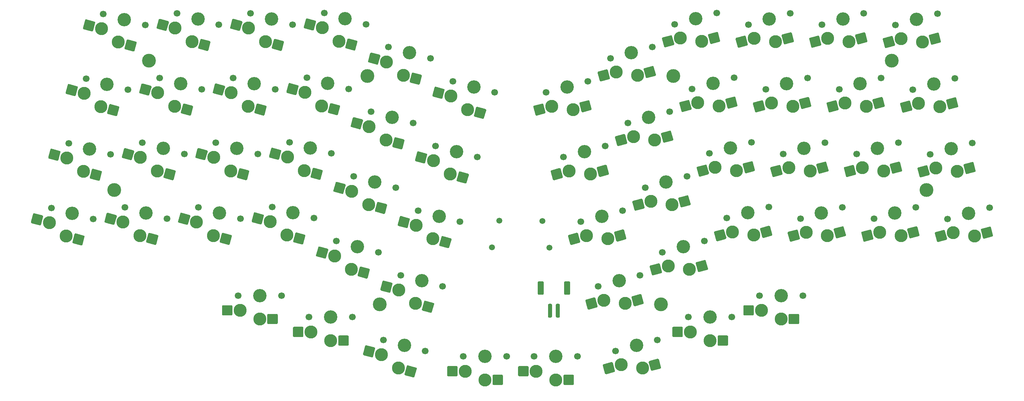
<source format=gbs>
G04 #@! TF.GenerationSoftware,KiCad,Pcbnew,7.0.10-7.0.10~ubuntu22.04.1*
G04 #@! TF.CreationDate,2024-01-04T14:14:22+01:00*
G04 #@! TF.ProjectId,ergo56,6572676f-3536-42e6-9b69-6361645f7063,0.2*
G04 #@! TF.SameCoordinates,Original*
G04 #@! TF.FileFunction,Soldermask,Bot*
G04 #@! TF.FilePolarity,Negative*
%FSLAX46Y46*%
G04 Gerber Fmt 4.6, Leading zero omitted, Abs format (unit mm)*
G04 Created by KiCad (PCBNEW 7.0.10-7.0.10~ubuntu22.04.1) date 2024-01-04 14:14:22*
%MOMM*%
%LPD*%
G01*
G04 APERTURE LIST*
%ADD10C,1.500000*%
%ADD11C,3.500000*%
%ADD12C,1.700000*%
%ADD13C,3.400000*%
%ADD14C,3.300000*%
G04 APERTURE END LIST*
D10*
X142971411Y-103387234D03*
X141159678Y-110148715D03*
D11*
X251294969Y-95575136D03*
X112672016Y-124571755D03*
X242495081Y-62733607D03*
X187139552Y-66624529D03*
D10*
X153924918Y-103401916D03*
X155736651Y-110163397D03*
D11*
X54194961Y-62692513D03*
X109539210Y-66624587D03*
X184007067Y-124571747D03*
X45395136Y-95534008D03*
D12*
X211301086Y-99857002D03*
D13*
X205988494Y-101280507D03*
D12*
X200675902Y-102704012D03*
D14*
X202129436Y-106196824D03*
G36*
G01*
X200005687Y-105689194D02*
X200544031Y-107698320D01*
G75*
G02*
X200360183Y-108016754I-251141J-67293D01*
G01*
X198302761Y-108568038D01*
G75*
G02*
X197984327Y-108384190I-67293J251141D01*
G01*
X197445983Y-106375064D01*
G75*
G02*
X197629831Y-106056630I251141J67293D01*
G01*
X199687253Y-105505346D01*
G75*
G02*
X200005687Y-105689194I67293J-251141D01*
G01*
G37*
G36*
G01*
X211673577Y-104840400D02*
X212211921Y-106849526D01*
G75*
G02*
X212028073Y-107167960I-251141J-67293D01*
G01*
X209970651Y-107719244D01*
G75*
G02*
X209652217Y-107535396I-67293J251141D01*
G01*
X209113873Y-105526270D01*
G75*
G02*
X209297721Y-105207836I251141J67293D01*
G01*
X211355143Y-104656552D01*
G75*
G02*
X211673577Y-104840400I67293J-251141D01*
G01*
G37*
X207528467Y-107027766D03*
D12*
X229961814Y-99953153D03*
D13*
X224649222Y-101376658D03*
D12*
X219336630Y-102800163D03*
D14*
X220790164Y-106292975D03*
G36*
G01*
X218666415Y-105785345D02*
X219204759Y-107794471D01*
G75*
G02*
X219020911Y-108112905I-251141J-67293D01*
G01*
X216963489Y-108664189D01*
G75*
G02*
X216645055Y-108480341I-67293J251141D01*
G01*
X216106711Y-106471215D01*
G75*
G02*
X216290559Y-106152781I251141J67293D01*
G01*
X218347981Y-105601497D01*
G75*
G02*
X218666415Y-105785345I67293J-251141D01*
G01*
G37*
G36*
G01*
X230334305Y-104936551D02*
X230872649Y-106945677D01*
G75*
G02*
X230688801Y-107264111I-251141J-67293D01*
G01*
X228631379Y-107815395D01*
G75*
G02*
X228312945Y-107631547I-67293J251141D01*
G01*
X227774601Y-105622421D01*
G75*
G02*
X227958449Y-105303987I251141J67293D01*
G01*
X230015871Y-104752703D01*
G75*
G02*
X230334305Y-104936551I67293J-251141D01*
G01*
G37*
X226189195Y-107123917D03*
D12*
X248598641Y-99960057D03*
D13*
X243286049Y-101383562D03*
D12*
X237973457Y-102807067D03*
D14*
X239426991Y-106299879D03*
G36*
G01*
X237303242Y-105792249D02*
X237841586Y-107801375D01*
G75*
G02*
X237657738Y-108119809I-251141J-67293D01*
G01*
X235600316Y-108671093D01*
G75*
G02*
X235281882Y-108487245I-67293J251141D01*
G01*
X234743538Y-106478119D01*
G75*
G02*
X234927386Y-106159685I251141J67293D01*
G01*
X236984808Y-105608401D01*
G75*
G02*
X237303242Y-105792249I67293J-251141D01*
G01*
G37*
G36*
G01*
X248971132Y-104943455D02*
X249509476Y-106952581D01*
G75*
G02*
X249325628Y-107271015I-251141J-67293D01*
G01*
X247268206Y-107822299D01*
G75*
G02*
X246949772Y-107638451I-67293J251141D01*
G01*
X246411428Y-105629325D01*
G75*
G02*
X246595276Y-105310891I251141J67293D01*
G01*
X248652698Y-104759607D01*
G75*
G02*
X248971132Y-104943455I67293J-251141D01*
G01*
G37*
X244826022Y-107130821D03*
D12*
X267259381Y-100056207D03*
D13*
X261946789Y-101479712D03*
D12*
X256634197Y-102903217D03*
D14*
X258087731Y-106396029D03*
G36*
G01*
X255963982Y-105888399D02*
X256502326Y-107897525D01*
G75*
G02*
X256318478Y-108215959I-251141J-67293D01*
G01*
X254261056Y-108767243D01*
G75*
G02*
X253942622Y-108583395I-67293J251141D01*
G01*
X253404278Y-106574269D01*
G75*
G02*
X253588126Y-106255835I251141J67293D01*
G01*
X255645548Y-105704551D01*
G75*
G02*
X255963982Y-105888399I67293J-251141D01*
G01*
G37*
G36*
G01*
X267631872Y-105039605D02*
X268170216Y-107048731D01*
G75*
G02*
X267986368Y-107367165I-251141J-67293D01*
G01*
X265928946Y-107918449D01*
G75*
G02*
X265610512Y-107734601I-67293J251141D01*
G01*
X265072168Y-105725475D01*
G75*
G02*
X265256016Y-105407041I251141J67293D01*
G01*
X267313438Y-104855757D01*
G75*
G02*
X267631872Y-105039605I67293J-251141D01*
G01*
G37*
X263486762Y-107226971D03*
D12*
X44455848Y-86523604D03*
D13*
X39143256Y-85100099D03*
D12*
X33830664Y-83676594D03*
D14*
X33343055Y-87428226D03*
G36*
G01*
X31757650Y-85926730D02*
X31219306Y-87935856D01*
G75*
G02*
X30900872Y-88119704I-251141J67293D01*
G01*
X28843450Y-87568420D01*
G75*
G02*
X28659602Y-87249986I67293J251141D01*
G01*
X29197946Y-85240860D01*
G75*
G02*
X29516380Y-85057012I251141J-67293D01*
G01*
X31573802Y-85608296D01*
G75*
G02*
X31757650Y-85926730I-67293J-251141D01*
G01*
G37*
G36*
G01*
X42286736Y-91025597D02*
X41748392Y-93034723D01*
G75*
G02*
X41429958Y-93218571I-251141J67293D01*
G01*
X39372536Y-92667287D01*
G75*
G02*
X39188688Y-92348853I67293J251141D01*
G01*
X39727032Y-90339727D01*
G75*
G02*
X40045466Y-90155879I251141J-67293D01*
G01*
X42102888Y-90707163D01*
G75*
G02*
X42286736Y-91025597I-67293J-251141D01*
G01*
G37*
X37603283Y-90847358D03*
D12*
X63127710Y-86385915D03*
D13*
X57815118Y-84962410D03*
D12*
X52502526Y-83538905D03*
D14*
X52014917Y-87290537D03*
G36*
G01*
X50429512Y-85789041D02*
X49891168Y-87798167D01*
G75*
G02*
X49572734Y-87982015I-251141J67293D01*
G01*
X47515312Y-87430731D01*
G75*
G02*
X47331464Y-87112297I67293J251141D01*
G01*
X47869808Y-85103171D01*
G75*
G02*
X48188242Y-84919323I251141J-67293D01*
G01*
X50245664Y-85470607D01*
G75*
G02*
X50429512Y-85789041I-67293J-251141D01*
G01*
G37*
G36*
G01*
X60958598Y-90887908D02*
X60420254Y-92897034D01*
G75*
G02*
X60101820Y-93080882I-251141J67293D01*
G01*
X58044398Y-92529598D01*
G75*
G02*
X57860550Y-92211164I67293J251141D01*
G01*
X58398894Y-90202038D01*
G75*
G02*
X58717328Y-90018190I251141J-67293D01*
G01*
X60774750Y-90569474D01*
G75*
G02*
X60958598Y-90887908I-67293J-251141D01*
G01*
G37*
X56275145Y-90709669D03*
D12*
X81764420Y-86379414D03*
D13*
X76451828Y-84955909D03*
D12*
X71139236Y-83532404D03*
D14*
X70651627Y-87284036D03*
G36*
G01*
X69066222Y-85782540D02*
X68527878Y-87791666D01*
G75*
G02*
X68209444Y-87975514I-251141J67293D01*
G01*
X66152022Y-87424230D01*
G75*
G02*
X65968174Y-87105796I67293J251141D01*
G01*
X66506518Y-85096670D01*
G75*
G02*
X66824952Y-84912822I251141J-67293D01*
G01*
X68882374Y-85464106D01*
G75*
G02*
X69066222Y-85782540I-67293J-251141D01*
G01*
G37*
G36*
G01*
X79595308Y-90881407D02*
X79056964Y-92890533D01*
G75*
G02*
X78738530Y-93074381I-251141J67293D01*
G01*
X76681108Y-92523097D01*
G75*
G02*
X76497260Y-92204663I67293J251141D01*
G01*
X77035604Y-90195537D01*
G75*
G02*
X77354038Y-90011689I251141J-67293D01*
G01*
X79411460Y-90562973D01*
G75*
G02*
X79595308Y-90881407I-67293J-251141D01*
G01*
G37*
X74911855Y-90703168D03*
D12*
X116736261Y-94956036D03*
D13*
X111423669Y-93532531D03*
D12*
X106111077Y-92109026D03*
D14*
X105623468Y-95860658D03*
G36*
G01*
X104038063Y-94359162D02*
X103499719Y-96368288D01*
G75*
G02*
X103181285Y-96552136I-251141J67293D01*
G01*
X101123863Y-96000852D01*
G75*
G02*
X100940015Y-95682418I67293J251141D01*
G01*
X101478359Y-93673292D01*
G75*
G02*
X101796793Y-93489444I251141J-67293D01*
G01*
X103854215Y-94040728D01*
G75*
G02*
X104038063Y-94359162I-67293J-251141D01*
G01*
G37*
G36*
G01*
X114567149Y-99458029D02*
X114028805Y-101467155D01*
G75*
G02*
X113710371Y-101651003I-251141J67293D01*
G01*
X111652949Y-101099719D01*
G75*
G02*
X111469101Y-100781285I67293J251141D01*
G01*
X112007445Y-98772159D01*
G75*
G02*
X112325879Y-98588311I251141J-67293D01*
G01*
X114383301Y-99139595D01*
G75*
G02*
X114567149Y-99458029I-67293J-251141D01*
G01*
G37*
X109883696Y-99279790D03*
D12*
X133047381Y-103628815D03*
D13*
X127734789Y-102205310D03*
D12*
X122422197Y-100781805D03*
D14*
X121934588Y-104533437D03*
G36*
G01*
X120349183Y-103031941D02*
X119810839Y-105041067D01*
G75*
G02*
X119492405Y-105224915I-251141J67293D01*
G01*
X117434983Y-104673631D01*
G75*
G02*
X117251135Y-104355197I67293J251141D01*
G01*
X117789479Y-102346071D01*
G75*
G02*
X118107913Y-102162223I251141J-67293D01*
G01*
X120165335Y-102713507D01*
G75*
G02*
X120349183Y-103031941I-67293J-251141D01*
G01*
G37*
G36*
G01*
X130878269Y-108130808D02*
X130339925Y-110139934D01*
G75*
G02*
X130021491Y-110323782I-251141J67293D01*
G01*
X127964069Y-109772498D01*
G75*
G02*
X127780221Y-109454064I67293J251141D01*
G01*
X128318565Y-107444938D01*
G75*
G02*
X128636999Y-107261090I251141J-67293D01*
G01*
X130694421Y-107812374D01*
G75*
G02*
X130878269Y-108130808I-67293J-251141D01*
G01*
G37*
X126194816Y-107952569D03*
D12*
X174278945Y-100781800D03*
D13*
X168966353Y-102205305D03*
D12*
X163653761Y-103628810D03*
D14*
X165107295Y-107121622D03*
G36*
G01*
X162983546Y-106613992D02*
X163521890Y-108623118D01*
G75*
G02*
X163338042Y-108941552I-251141J-67293D01*
G01*
X161280620Y-109492836D01*
G75*
G02*
X160962186Y-109308988I-67293J251141D01*
G01*
X160423842Y-107299862D01*
G75*
G02*
X160607690Y-106981428I251141J67293D01*
G01*
X162665112Y-106430144D01*
G75*
G02*
X162983546Y-106613992I67293J-251141D01*
G01*
G37*
G36*
G01*
X174651436Y-105765198D02*
X175189780Y-107774324D01*
G75*
G02*
X175005932Y-108092758I-251141J-67293D01*
G01*
X172948510Y-108644042D01*
G75*
G02*
X172630076Y-108460194I-67293J251141D01*
G01*
X172091732Y-106451068D01*
G75*
G02*
X172275580Y-106132634I251141J67293D01*
G01*
X174333002Y-105581350D01*
G75*
G02*
X174651436Y-105765198I67293J-251141D01*
G01*
G37*
X170506326Y-107952564D03*
D12*
X137447294Y-87208078D03*
D13*
X132134702Y-85784573D03*
D12*
X126822110Y-84361068D03*
D14*
X126334501Y-88112700D03*
G36*
G01*
X124749096Y-86611204D02*
X124210752Y-88620330D01*
G75*
G02*
X123892318Y-88804178I-251141J67293D01*
G01*
X121834896Y-88252894D01*
G75*
G02*
X121651048Y-87934460I67293J251141D01*
G01*
X122189392Y-85925334D01*
G75*
G02*
X122507826Y-85741486I251141J-67293D01*
G01*
X124565248Y-86292770D01*
G75*
G02*
X124749096Y-86611204I-67293J-251141D01*
G01*
G37*
G36*
G01*
X135278182Y-91710071D02*
X134739838Y-93719197D01*
G75*
G02*
X134421404Y-93903045I-251141J67293D01*
G01*
X132363982Y-93351761D01*
G75*
G02*
X132180134Y-93033327I67293J251141D01*
G01*
X132718478Y-91024201D01*
G75*
G02*
X133036912Y-90840353I251141J-67293D01*
G01*
X135094334Y-91391637D01*
G75*
G02*
X135278182Y-91710071I-67293J-251141D01*
G01*
G37*
X130594729Y-91531832D03*
D12*
X100425155Y-86283271D03*
D13*
X95112563Y-84859766D03*
D12*
X89799971Y-83436261D03*
D14*
X89312362Y-87187893D03*
G36*
G01*
X87726957Y-85686397D02*
X87188613Y-87695523D01*
G75*
G02*
X86870179Y-87879371I-251141J67293D01*
G01*
X84812757Y-87328087D01*
G75*
G02*
X84628909Y-87009653I67293J251141D01*
G01*
X85167253Y-85000527D01*
G75*
G02*
X85485687Y-84816679I251141J-67293D01*
G01*
X87543109Y-85367963D01*
G75*
G02*
X87726957Y-85686397I-67293J-251141D01*
G01*
G37*
G36*
G01*
X98256043Y-90785264D02*
X97717699Y-92794390D01*
G75*
G02*
X97399265Y-92978238I-251141J67293D01*
G01*
X95341843Y-92426954D01*
G75*
G02*
X95157995Y-92108520I67293J251141D01*
G01*
X95696339Y-90099394D01*
G75*
G02*
X96014773Y-89915546I251141J-67293D01*
G01*
X98072195Y-90466830D01*
G75*
G02*
X98256043Y-90785264I-67293J-251141D01*
G01*
G37*
X93572590Y-90607025D03*
D12*
X190590053Y-92109034D03*
D13*
X185277461Y-93532539D03*
D12*
X179964869Y-94956044D03*
D14*
X181418403Y-98448856D03*
G36*
G01*
X179294654Y-97941226D02*
X179832998Y-99950352D01*
G75*
G02*
X179649150Y-100268786I-251141J-67293D01*
G01*
X177591728Y-100820070D01*
G75*
G02*
X177273294Y-100636222I-67293J251141D01*
G01*
X176734950Y-98627096D01*
G75*
G02*
X176918798Y-98308662I251141J67293D01*
G01*
X178976220Y-97757378D01*
G75*
G02*
X179294654Y-97941226I67293J-251141D01*
G01*
G37*
G36*
G01*
X190962544Y-97092432D02*
X191500888Y-99101558D01*
G75*
G02*
X191317040Y-99419992I-251141J-67293D01*
G01*
X189259618Y-99971276D01*
G75*
G02*
X188941184Y-99787428I-67293J251141D01*
G01*
X188402840Y-97778302D01*
G75*
G02*
X188586688Y-97459868I251141J67293D01*
G01*
X190644110Y-96908584D01*
G75*
G02*
X190962544Y-97092432I67293J-251141D01*
G01*
G37*
X186817434Y-99279798D03*
D12*
X206901169Y-83436261D03*
D13*
X201588577Y-84859766D03*
D12*
X196275985Y-86283271D03*
D14*
X197729519Y-89776083D03*
G36*
G01*
X195605770Y-89268453D02*
X196144114Y-91277579D01*
G75*
G02*
X195960266Y-91596013I-251141J-67293D01*
G01*
X193902844Y-92147297D01*
G75*
G02*
X193584410Y-91963449I-67293J251141D01*
G01*
X193046066Y-89954323D01*
G75*
G02*
X193229914Y-89635889I251141J67293D01*
G01*
X195287336Y-89084605D01*
G75*
G02*
X195605770Y-89268453I67293J-251141D01*
G01*
G37*
G36*
G01*
X207273660Y-88419659D02*
X207812004Y-90428785D01*
G75*
G02*
X207628156Y-90747219I-251141J-67293D01*
G01*
X205570734Y-91298503D01*
G75*
G02*
X205252300Y-91114655I-67293J251141D01*
G01*
X204713956Y-89105529D01*
G75*
G02*
X204897804Y-88787095I251141J67293D01*
G01*
X206955226Y-88235811D01*
G75*
G02*
X207273660Y-88419659I67293J-251141D01*
G01*
G37*
X203128550Y-90607025D03*
D12*
X225561905Y-83532411D03*
D13*
X220249313Y-84955916D03*
D12*
X214936721Y-86379421D03*
D14*
X216390255Y-89872233D03*
G36*
G01*
X214266506Y-89364603D02*
X214804850Y-91373729D01*
G75*
G02*
X214621002Y-91692163I-251141J-67293D01*
G01*
X212563580Y-92243447D01*
G75*
G02*
X212245146Y-92059599I-67293J251141D01*
G01*
X211706802Y-90050473D01*
G75*
G02*
X211890650Y-89732039I251141J67293D01*
G01*
X213948072Y-89180755D01*
G75*
G02*
X214266506Y-89364603I67293J-251141D01*
G01*
G37*
G36*
G01*
X225934396Y-88515809D02*
X226472740Y-90524935D01*
G75*
G02*
X226288892Y-90843369I-251141J-67293D01*
G01*
X224231470Y-91394653D01*
G75*
G02*
X223913036Y-91210805I-67293J251141D01*
G01*
X223374692Y-89201679D01*
G75*
G02*
X223558540Y-88883245I251141J67293D01*
G01*
X225615962Y-88331961D01*
G75*
G02*
X225934396Y-88515809I67293J-251141D01*
G01*
G37*
X221789286Y-90703175D03*
D12*
X244198716Y-83539319D03*
D13*
X238886124Y-84962824D03*
D12*
X233573532Y-86386329D03*
D14*
X235027066Y-89879141D03*
G36*
G01*
X232903317Y-89371511D02*
X233441661Y-91380637D01*
G75*
G02*
X233257813Y-91699071I-251141J-67293D01*
G01*
X231200391Y-92250355D01*
G75*
G02*
X230881957Y-92066507I-67293J251141D01*
G01*
X230343613Y-90057381D01*
G75*
G02*
X230527461Y-89738947I251141J67293D01*
G01*
X232584883Y-89187663D01*
G75*
G02*
X232903317Y-89371511I67293J-251141D01*
G01*
G37*
G36*
G01*
X244571207Y-88522717D02*
X245109551Y-90531843D01*
G75*
G02*
X244925703Y-90850277I-251141J-67293D01*
G01*
X242868281Y-91401561D01*
G75*
G02*
X242549847Y-91217713I-67293J251141D01*
G01*
X242011503Y-89208587D01*
G75*
G02*
X242195351Y-88890153I251141J67293D01*
G01*
X244252773Y-88338869D01*
G75*
G02*
X244571207Y-88522717I67293J-251141D01*
G01*
G37*
X240426097Y-90710083D03*
D12*
X262859459Y-83635467D03*
D13*
X257546867Y-85058972D03*
D12*
X252234275Y-86482477D03*
D14*
X253687809Y-89975289D03*
G36*
G01*
X251564060Y-89467659D02*
X252102404Y-91476785D01*
G75*
G02*
X251918556Y-91795219I-251141J-67293D01*
G01*
X249861134Y-92346503D01*
G75*
G02*
X249542700Y-92162655I-67293J251141D01*
G01*
X249004356Y-90153529D01*
G75*
G02*
X249188204Y-89835095I251141J67293D01*
G01*
X251245626Y-89283811D01*
G75*
G02*
X251564060Y-89467659I67293J-251141D01*
G01*
G37*
G36*
G01*
X263231950Y-88618865D02*
X263770294Y-90627991D01*
G75*
G02*
X263586446Y-90946425I-251141J-67293D01*
G01*
X261529024Y-91497709D01*
G75*
G02*
X261210590Y-91313861I-67293J251141D01*
G01*
X260672246Y-89304735D01*
G75*
G02*
X260856094Y-88986301I251141J67293D01*
G01*
X262913516Y-88435017D01*
G75*
G02*
X263231950Y-88618865I67293J-251141D01*
G01*
G37*
X259086840Y-90806231D03*
D12*
X48855772Y-70102858D03*
D13*
X43543180Y-68679353D03*
D12*
X38230588Y-67255848D03*
D14*
X37742979Y-71007480D03*
G36*
G01*
X36157574Y-69505984D02*
X35619230Y-71515110D01*
G75*
G02*
X35300796Y-71698958I-251141J67293D01*
G01*
X33243374Y-71147674D01*
G75*
G02*
X33059526Y-70829240I67293J251141D01*
G01*
X33597870Y-68820114D01*
G75*
G02*
X33916304Y-68636266I251141J-67293D01*
G01*
X35973726Y-69187550D01*
G75*
G02*
X36157574Y-69505984I-67293J-251141D01*
G01*
G37*
G36*
G01*
X46686660Y-74604851D02*
X46148316Y-76613977D01*
G75*
G02*
X45829882Y-76797825I-251141J67293D01*
G01*
X43772460Y-76246541D01*
G75*
G02*
X43588612Y-75928107I67293J251141D01*
G01*
X44126956Y-73918981D01*
G75*
G02*
X44445390Y-73735133I251141J-67293D01*
G01*
X46502812Y-74286417D01*
G75*
G02*
X46686660Y-74604851I-67293J-251141D01*
G01*
G37*
X42003207Y-74426612D03*
D12*
X183078809Y-133622963D03*
D13*
X177766217Y-135046468D03*
D12*
X172453625Y-136469973D03*
D14*
X173907159Y-139962785D03*
G36*
G01*
X171783410Y-139455155D02*
X172321754Y-141464281D01*
G75*
G02*
X172137906Y-141782715I-251141J-67293D01*
G01*
X170080484Y-142333999D01*
G75*
G02*
X169762050Y-142150151I-67293J251141D01*
G01*
X169223706Y-140141025D01*
G75*
G02*
X169407554Y-139822591I251141J67293D01*
G01*
X171464976Y-139271307D01*
G75*
G02*
X171783410Y-139455155I67293J-251141D01*
G01*
G37*
G36*
G01*
X183451300Y-138606361D02*
X183989644Y-140615487D01*
G75*
G02*
X183805796Y-140933921I-251141J-67293D01*
G01*
X181748374Y-141485205D01*
G75*
G02*
X181429940Y-141301357I-67293J251141D01*
G01*
X180891596Y-139292231D01*
G75*
G02*
X181075444Y-138973797I251141J67293D01*
G01*
X183132866Y-138422513D01*
G75*
G02*
X183451300Y-138606361I67293J-251141D01*
G01*
G37*
X179306190Y-140793727D03*
D12*
X67527634Y-69965183D03*
D13*
X62215042Y-68541678D03*
D12*
X56902450Y-67118173D03*
D14*
X56414841Y-70869805D03*
G36*
G01*
X54829436Y-69368309D02*
X54291092Y-71377435D01*
G75*
G02*
X53972658Y-71561283I-251141J67293D01*
G01*
X51915236Y-71009999D01*
G75*
G02*
X51731388Y-70691565I67293J251141D01*
G01*
X52269732Y-68682439D01*
G75*
G02*
X52588166Y-68498591I251141J-67293D01*
G01*
X54645588Y-69049875D01*
G75*
G02*
X54829436Y-69368309I-67293J-251141D01*
G01*
G37*
G36*
G01*
X65358522Y-74467176D02*
X64820178Y-76476302D01*
G75*
G02*
X64501744Y-76660150I-251141J67293D01*
G01*
X62444322Y-76108866D01*
G75*
G02*
X62260474Y-75790432I67293J251141D01*
G01*
X62798818Y-73781306D01*
G75*
G02*
X63117252Y-73597458I251141J-67293D01*
G01*
X65174674Y-74148742D01*
G75*
G02*
X65358522Y-74467176I-67293J-251141D01*
G01*
G37*
X60675069Y-74288937D03*
D12*
X258459519Y-67214719D03*
D13*
X253146927Y-68638224D03*
D12*
X247834335Y-70061729D03*
D14*
X249287869Y-73554541D03*
G36*
G01*
X247164120Y-73046911D02*
X247702464Y-75056037D01*
G75*
G02*
X247518616Y-75374471I-251141J-67293D01*
G01*
X245461194Y-75925755D01*
G75*
G02*
X245142760Y-75741907I-67293J251141D01*
G01*
X244604416Y-73732781D01*
G75*
G02*
X244788264Y-73414347I251141J67293D01*
G01*
X246845686Y-72863063D01*
G75*
G02*
X247164120Y-73046911I67293J-251141D01*
G01*
G37*
G36*
G01*
X258832010Y-72198117D02*
X259370354Y-74207243D01*
G75*
G02*
X259186506Y-74525677I-251141J-67293D01*
G01*
X257129084Y-75076961D01*
G75*
G02*
X256810650Y-74893113I-67293J251141D01*
G01*
X256272306Y-72883987D01*
G75*
G02*
X256456154Y-72565553I251141J67293D01*
G01*
X258513576Y-72014269D01*
G75*
G02*
X258832010Y-72198117I67293J-251141D01*
G01*
G37*
X254686900Y-74385483D03*
D12*
X186190134Y-75688295D03*
D13*
X180877542Y-77111800D03*
D12*
X175564950Y-78535305D03*
D14*
X177018484Y-82028117D03*
G36*
G01*
X174894735Y-81520487D02*
X175433079Y-83529613D01*
G75*
G02*
X175249231Y-83848047I-251141J-67293D01*
G01*
X173191809Y-84399331D01*
G75*
G02*
X172873375Y-84215483I-67293J251141D01*
G01*
X172335031Y-82206357D01*
G75*
G02*
X172518879Y-81887923I251141J67293D01*
G01*
X174576301Y-81336639D01*
G75*
G02*
X174894735Y-81520487I67293J-251141D01*
G01*
G37*
G36*
G01*
X186562625Y-80671693D02*
X187100969Y-82680819D01*
G75*
G02*
X186917121Y-82999253I-251141J-67293D01*
G01*
X184859699Y-83550537D01*
G75*
G02*
X184541265Y-83366689I-67293J251141D01*
G01*
X184002921Y-81357563D01*
G75*
G02*
X184186769Y-81039129I251141J67293D01*
G01*
X186244191Y-80487845D01*
G75*
G02*
X186562625Y-80671693I67293J-251141D01*
G01*
G37*
X182417515Y-82859059D03*
D12*
X202501241Y-67015521D03*
D13*
X197188649Y-68439026D03*
D12*
X191876057Y-69862531D03*
D14*
X193329591Y-73355343D03*
G36*
G01*
X191205842Y-72847713D02*
X191744186Y-74856839D01*
G75*
G02*
X191560338Y-75175273I-251141J-67293D01*
G01*
X189502916Y-75726557D01*
G75*
G02*
X189184482Y-75542709I-67293J251141D01*
G01*
X188646138Y-73533583D01*
G75*
G02*
X188829986Y-73215149I251141J67293D01*
G01*
X190887408Y-72663865D01*
G75*
G02*
X191205842Y-72847713I67293J-251141D01*
G01*
G37*
G36*
G01*
X202873732Y-71998919D02*
X203412076Y-74008045D01*
G75*
G02*
X203228228Y-74326479I-251141J-67293D01*
G01*
X201170806Y-74877763D01*
G75*
G02*
X200852372Y-74693915I-67293J251141D01*
G01*
X200314028Y-72684789D01*
G75*
G02*
X200497876Y-72366355I251141J67293D01*
G01*
X202555298Y-71815071D01*
G75*
G02*
X202873732Y-71998919I67293J-251141D01*
G01*
G37*
X198728622Y-74186285D03*
D12*
X121136190Y-78535301D03*
D13*
X115823598Y-77111796D03*
D12*
X110511006Y-75688291D03*
D14*
X110023397Y-79439923D03*
G36*
G01*
X108437992Y-77938427D02*
X107899648Y-79947553D01*
G75*
G02*
X107581214Y-80131401I-251141J67293D01*
G01*
X105523792Y-79580117D01*
G75*
G02*
X105339944Y-79261683I67293J251141D01*
G01*
X105878288Y-77252557D01*
G75*
G02*
X106196722Y-77068709I251141J-67293D01*
G01*
X108254144Y-77619993D01*
G75*
G02*
X108437992Y-77938427I-67293J-251141D01*
G01*
G37*
G36*
G01*
X118967078Y-83037294D02*
X118428734Y-85046420D01*
G75*
G02*
X118110300Y-85230268I-251141J67293D01*
G01*
X116052878Y-84678984D01*
G75*
G02*
X115869030Y-84360550I67293J251141D01*
G01*
X116407374Y-82351424D01*
G75*
G02*
X116725808Y-82167576I251141J-67293D01*
G01*
X118783230Y-82718860D01*
G75*
G02*
X118967078Y-83037294I-67293J-251141D01*
G01*
G37*
X114283625Y-82859055D03*
D12*
X128647451Y-120049550D03*
D13*
X123334859Y-118626045D03*
D12*
X118022267Y-117202540D03*
D14*
X117534658Y-120954172D03*
G36*
G01*
X115949253Y-119452676D02*
X115410909Y-121461802D01*
G75*
G02*
X115092475Y-121645650I-251141J67293D01*
G01*
X113035053Y-121094366D01*
G75*
G02*
X112851205Y-120775932I67293J251141D01*
G01*
X113389549Y-118766806D01*
G75*
G02*
X113707983Y-118582958I251141J-67293D01*
G01*
X115765405Y-119134242D01*
G75*
G02*
X115949253Y-119452676I-67293J-251141D01*
G01*
G37*
G36*
G01*
X126478339Y-124551543D02*
X125939995Y-126560669D01*
G75*
G02*
X125621561Y-126744517I-251141J67293D01*
G01*
X123564139Y-126193233D01*
G75*
G02*
X123380291Y-125874799I67293J251141D01*
G01*
X123918635Y-123865673D01*
G75*
G02*
X124237069Y-123681825I251141J-67293D01*
G01*
X126294491Y-124233109D01*
G75*
G02*
X126478339Y-124551543I-67293J-251141D01*
G01*
G37*
X121794886Y-124373304D03*
D12*
X239798806Y-67118579D03*
D13*
X234486214Y-68542084D03*
D12*
X229173622Y-69965589D03*
D14*
X230627156Y-73458401D03*
G36*
G01*
X228503407Y-72950771D02*
X229041751Y-74959897D01*
G75*
G02*
X228857903Y-75278331I-251141J-67293D01*
G01*
X226800481Y-75829615D01*
G75*
G02*
X226482047Y-75645767I-67293J251141D01*
G01*
X225943703Y-73636641D01*
G75*
G02*
X226127551Y-73318207I251141J67293D01*
G01*
X228184973Y-72766923D01*
G75*
G02*
X228503407Y-72950771I67293J-251141D01*
G01*
G37*
G36*
G01*
X240171297Y-72101977D02*
X240709641Y-74111103D01*
G75*
G02*
X240525793Y-74429537I-251141J-67293D01*
G01*
X238468371Y-74980821D01*
G75*
G02*
X238149937Y-74796973I-67293J251141D01*
G01*
X237611593Y-72787847D01*
G75*
G02*
X237795441Y-72469413I251141J67293D01*
G01*
X239852863Y-71918129D01*
G75*
G02*
X240171297Y-72101977I67293J-251141D01*
G01*
G37*
X236026187Y-74289343D03*
D12*
X86164341Y-69958683D03*
D13*
X80851749Y-68535178D03*
D12*
X75539157Y-67111673D03*
D14*
X75051548Y-70863305D03*
G36*
G01*
X73466143Y-69361809D02*
X72927799Y-71370935D01*
G75*
G02*
X72609365Y-71554783I-251141J67293D01*
G01*
X70551943Y-71003499D01*
G75*
G02*
X70368095Y-70685065I67293J251141D01*
G01*
X70906439Y-68675939D01*
G75*
G02*
X71224873Y-68492091I251141J-67293D01*
G01*
X73282295Y-69043375D01*
G75*
G02*
X73466143Y-69361809I-67293J-251141D01*
G01*
G37*
G36*
G01*
X83995229Y-74460676D02*
X83456885Y-76469802D01*
G75*
G02*
X83138451Y-76653650I-251141J67293D01*
G01*
X81081029Y-76102366D01*
G75*
G02*
X80897181Y-75783932I67293J251141D01*
G01*
X81435525Y-73774806D01*
G75*
G02*
X81753959Y-73590958I251141J-67293D01*
G01*
X83811381Y-74142242D01*
G75*
G02*
X83995229Y-74460676I-67293J-251141D01*
G01*
G37*
X79311776Y-74282437D03*
D12*
X104825079Y-69862541D03*
D13*
X99512487Y-68439036D03*
D12*
X94199895Y-67015531D03*
D14*
X93712286Y-70767163D03*
G36*
G01*
X92126881Y-69265667D02*
X91588537Y-71274793D01*
G75*
G02*
X91270103Y-71458641I-251141J67293D01*
G01*
X89212681Y-70907357D01*
G75*
G02*
X89028833Y-70588923I67293J251141D01*
G01*
X89567177Y-68579797D01*
G75*
G02*
X89885611Y-68395949I251141J-67293D01*
G01*
X91943033Y-68947233D01*
G75*
G02*
X92126881Y-69265667I-67293J-251141D01*
G01*
G37*
G36*
G01*
X102655967Y-74364534D02*
X102117623Y-76373660D01*
G75*
G02*
X101799189Y-76557508I-251141J67293D01*
G01*
X99741767Y-76006224D01*
G75*
G02*
X99557919Y-75687790I67293J251141D01*
G01*
X100096263Y-73678664D01*
G75*
G02*
X100414697Y-73494816I251141J-67293D01*
G01*
X102472119Y-74046100D01*
G75*
G02*
X102655967Y-74364534I-67293J-251141D01*
G01*
G37*
X97972514Y-74186295D03*
D12*
X40055916Y-102944347D03*
D13*
X34743324Y-101520842D03*
D12*
X29430732Y-100097337D03*
D14*
X28943123Y-103848969D03*
G36*
G01*
X27357718Y-102347473D02*
X26819374Y-104356599D01*
G75*
G02*
X26500940Y-104540447I-251141J67293D01*
G01*
X24443518Y-103989163D01*
G75*
G02*
X24259670Y-103670729I67293J251141D01*
G01*
X24798014Y-101661603D01*
G75*
G02*
X25116448Y-101477755I251141J-67293D01*
G01*
X27173870Y-102029039D01*
G75*
G02*
X27357718Y-102347473I-67293J-251141D01*
G01*
G37*
G36*
G01*
X37886804Y-107446340D02*
X37348460Y-109455466D01*
G75*
G02*
X37030026Y-109639314I-251141J67293D01*
G01*
X34972604Y-109088030D01*
G75*
G02*
X34788756Y-108769596I67293J251141D01*
G01*
X35327100Y-106760470D01*
G75*
G02*
X35645534Y-106576622I251141J-67293D01*
G01*
X37702956Y-107127906D01*
G75*
G02*
X37886804Y-107446340I-67293J-251141D01*
G01*
G37*
X33203351Y-107268101D03*
D12*
X58727776Y-102806654D03*
D13*
X53415184Y-101383149D03*
D12*
X48102592Y-99959644D03*
D14*
X47614983Y-103711276D03*
G36*
G01*
X46029578Y-102209780D02*
X45491234Y-104218906D01*
G75*
G02*
X45172800Y-104402754I-251141J67293D01*
G01*
X43115378Y-103851470D01*
G75*
G02*
X42931530Y-103533036I67293J251141D01*
G01*
X43469874Y-101523910D01*
G75*
G02*
X43788308Y-101340062I251141J-67293D01*
G01*
X45845730Y-101891346D01*
G75*
G02*
X46029578Y-102209780I-67293J-251141D01*
G01*
G37*
G36*
G01*
X56558664Y-107308647D02*
X56020320Y-109317773D01*
G75*
G02*
X55701886Y-109501621I-251141J67293D01*
G01*
X53644464Y-108950337D01*
G75*
G02*
X53460616Y-108631903I67293J251141D01*
G01*
X53998960Y-106622777D01*
G75*
G02*
X54317394Y-106438929I251141J-67293D01*
G01*
X56374816Y-106990213D01*
G75*
G02*
X56558664Y-107308647I-67293J-251141D01*
G01*
G37*
X51875211Y-107130408D03*
D12*
X77364501Y-102800164D03*
D13*
X72051909Y-101376659D03*
D12*
X66739317Y-99953154D03*
D14*
X66251708Y-103704786D03*
G36*
G01*
X64666303Y-102203290D02*
X64127959Y-104212416D01*
G75*
G02*
X63809525Y-104396264I-251141J67293D01*
G01*
X61752103Y-103844980D01*
G75*
G02*
X61568255Y-103526546I67293J251141D01*
G01*
X62106599Y-101517420D01*
G75*
G02*
X62425033Y-101333572I251141J-67293D01*
G01*
X64482455Y-101884856D01*
G75*
G02*
X64666303Y-102203290I-67293J-251141D01*
G01*
G37*
G36*
G01*
X75195389Y-107302157D02*
X74657045Y-109311283D01*
G75*
G02*
X74338611Y-109495131I-251141J67293D01*
G01*
X72281189Y-108943847D01*
G75*
G02*
X72097341Y-108625413I67293J251141D01*
G01*
X72635685Y-106616287D01*
G75*
G02*
X72954119Y-106432439I251141J-67293D01*
G01*
X75011541Y-106983723D01*
G75*
G02*
X75195389Y-107302157I-67293J-251141D01*
G01*
G37*
X70511936Y-107123918D03*
D12*
X96025236Y-102704022D03*
D13*
X90712644Y-101280517D03*
D12*
X85400052Y-99857012D03*
D14*
X84912443Y-103608644D03*
G36*
G01*
X83327038Y-102107148D02*
X82788694Y-104116274D01*
G75*
G02*
X82470260Y-104300122I-251141J67293D01*
G01*
X80412838Y-103748838D01*
G75*
G02*
X80228990Y-103430404I67293J251141D01*
G01*
X80767334Y-101421278D01*
G75*
G02*
X81085768Y-101237430I251141J-67293D01*
G01*
X83143190Y-101788714D01*
G75*
G02*
X83327038Y-102107148I-67293J-251141D01*
G01*
G37*
G36*
G01*
X93856124Y-107206015D02*
X93317780Y-109215141D01*
G75*
G02*
X92999346Y-109398989I-251141J67293D01*
G01*
X90941924Y-108847705D01*
G75*
G02*
X90758076Y-108529271I67293J251141D01*
G01*
X91296420Y-106520145D01*
G75*
G02*
X91614854Y-106336297I251141J-67293D01*
G01*
X93672276Y-106887581D01*
G75*
G02*
X93856124Y-107206015I-67293J-251141D01*
G01*
G37*
X89172671Y-107027776D03*
D12*
X112336346Y-111376773D03*
D13*
X107023754Y-109953268D03*
D12*
X101711162Y-108529763D03*
D14*
X101223553Y-112281395D03*
G36*
G01*
X99638148Y-110779899D02*
X99099804Y-112789025D01*
G75*
G02*
X98781370Y-112972873I-251141J67293D01*
G01*
X96723948Y-112421589D01*
G75*
G02*
X96540100Y-112103155I67293J251141D01*
G01*
X97078444Y-110094029D01*
G75*
G02*
X97396878Y-109910181I251141J-67293D01*
G01*
X99454300Y-110461465D01*
G75*
G02*
X99638148Y-110779899I-67293J-251141D01*
G01*
G37*
G36*
G01*
X110167234Y-115878766D02*
X109628890Y-117887892D01*
G75*
G02*
X109310456Y-118071740I-251141J67293D01*
G01*
X107253034Y-117520456D01*
G75*
G02*
X107069186Y-117202022I67293J251141D01*
G01*
X107607530Y-115192896D01*
G75*
G02*
X107925964Y-115009048I251141J-67293D01*
G01*
X109983386Y-115560332D01*
G75*
G02*
X110167234Y-115878766I-67293J-251141D01*
G01*
G37*
X105483781Y-115700527D03*
D12*
X178678879Y-117202549D03*
D13*
X173366287Y-118626054D03*
D12*
X168053695Y-120049559D03*
D14*
X169507229Y-123542371D03*
G36*
G01*
X167383480Y-123034741D02*
X167921824Y-125043867D01*
G75*
G02*
X167737976Y-125362301I-251141J-67293D01*
G01*
X165680554Y-125913585D01*
G75*
G02*
X165362120Y-125729737I-67293J251141D01*
G01*
X164823776Y-123720611D01*
G75*
G02*
X165007624Y-123402177I251141J67293D01*
G01*
X167065046Y-122850893D01*
G75*
G02*
X167383480Y-123034741I67293J-251141D01*
G01*
G37*
G36*
G01*
X179051370Y-122185947D02*
X179589714Y-124195073D01*
G75*
G02*
X179405866Y-124513507I-251141J-67293D01*
G01*
X177348444Y-125064791D01*
G75*
G02*
X177030010Y-124880943I-67293J251141D01*
G01*
X176491666Y-122871817D01*
G75*
G02*
X176675514Y-122553383I251141J67293D01*
G01*
X178732936Y-122002099D01*
G75*
G02*
X179051370Y-122185947I67293J-251141D01*
G01*
G37*
X174906260Y-124373313D03*
D12*
X194989982Y-108529773D03*
D13*
X189677390Y-109953278D03*
D12*
X184364798Y-111376783D03*
D14*
X185818332Y-114869595D03*
G36*
G01*
X183694583Y-114361965D02*
X184232927Y-116371091D01*
G75*
G02*
X184049079Y-116689525I-251141J-67293D01*
G01*
X181991657Y-117240809D01*
G75*
G02*
X181673223Y-117056961I-67293J251141D01*
G01*
X181134879Y-115047835D01*
G75*
G02*
X181318727Y-114729401I251141J67293D01*
G01*
X183376149Y-114178117D01*
G75*
G02*
X183694583Y-114361965I67293J-251141D01*
G01*
G37*
G36*
G01*
X195362473Y-113513171D02*
X195900817Y-115522297D01*
G75*
G02*
X195716969Y-115840731I-251141J-67293D01*
G01*
X193659547Y-116392015D01*
G75*
G02*
X193341113Y-116208167I-67293J251141D01*
G01*
X192802769Y-114199041D01*
G75*
G02*
X192986617Y-113880607I251141J67293D01*
G01*
X195044039Y-113329323D01*
G75*
G02*
X195362473Y-113513171I67293J-251141D01*
G01*
G37*
X191217363Y-115700537D03*
D12*
X221161974Y-67111678D03*
D13*
X215849382Y-68535183D03*
D12*
X210536790Y-69958688D03*
D14*
X211990324Y-73451500D03*
G36*
G01*
X209866575Y-72943870D02*
X210404919Y-74952996D01*
G75*
G02*
X210221071Y-75271430I-251141J-67293D01*
G01*
X208163649Y-75822714D01*
G75*
G02*
X207845215Y-75638866I-67293J251141D01*
G01*
X207306871Y-73629740D01*
G75*
G02*
X207490719Y-73311306I251141J67293D01*
G01*
X209548141Y-72760022D01*
G75*
G02*
X209866575Y-72943870I67293J-251141D01*
G01*
G37*
G36*
G01*
X221534465Y-72095076D02*
X222072809Y-74104202D01*
G75*
G02*
X221888961Y-74422636I-251141J-67293D01*
G01*
X219831539Y-74973920D01*
G75*
G02*
X219513105Y-74790072I-67293J251141D01*
G01*
X218974761Y-72780946D01*
G75*
G02*
X219158609Y-72462512I251141J67293D01*
G01*
X221216031Y-71911228D01*
G75*
G02*
X221534465Y-72095076I67293J-251141D01*
G01*
G37*
X217389355Y-74282442D03*
D12*
X169879028Y-84361064D03*
D13*
X164566436Y-85784569D03*
D12*
X159253844Y-87208074D03*
D14*
X160707378Y-90700886D03*
G36*
G01*
X158583629Y-90193256D02*
X159121973Y-92202382D01*
G75*
G02*
X158938125Y-92520816I-251141J-67293D01*
G01*
X156880703Y-93072100D01*
G75*
G02*
X156562269Y-92888252I-67293J251141D01*
G01*
X156023925Y-90879126D01*
G75*
G02*
X156207773Y-90560692I251141J67293D01*
G01*
X158265195Y-90009408D01*
G75*
G02*
X158583629Y-90193256I67293J-251141D01*
G01*
G37*
G36*
G01*
X170251519Y-89344462D02*
X170789863Y-91353588D01*
G75*
G02*
X170606015Y-91672022I-251141J-67293D01*
G01*
X168548593Y-92223306D01*
G75*
G02*
X168230159Y-92039458I-67293J251141D01*
G01*
X167691815Y-90030332D01*
G75*
G02*
X167875663Y-89711898I251141J67293D01*
G01*
X169933085Y-89160614D01*
G75*
G02*
X170251519Y-89344462I67293J-251141D01*
G01*
G37*
X166106409Y-91531828D03*
D12*
X201936816Y-127850672D03*
D13*
X196436816Y-127850672D03*
D12*
X190936816Y-127850672D03*
D14*
X191436816Y-131600672D03*
G36*
G01*
X189516816Y-130560672D02*
X189516816Y-132640672D01*
G75*
G02*
X189256816Y-132900672I-260000J0D01*
G01*
X187126816Y-132900672D01*
G75*
G02*
X186866816Y-132640672I0J260000D01*
G01*
X186866816Y-130560672D01*
G75*
G02*
X187126816Y-130300672I260000J0D01*
G01*
X189256816Y-130300672D01*
G75*
G02*
X189516816Y-130560672I0J-260000D01*
G01*
G37*
G36*
G01*
X201006816Y-132760672D02*
X201006816Y-134840672D01*
G75*
G02*
X200746816Y-135100672I-260000J0D01*
G01*
X198616816Y-135100672D01*
G75*
G02*
X198356816Y-134840672I0J260000D01*
G01*
X198356816Y-132760672D01*
G75*
G02*
X198616816Y-132500672I260000J0D01*
G01*
X200746816Y-132500672D01*
G75*
G02*
X201006816Y-132760672I0J-260000D01*
G01*
G37*
X196436816Y-133800672D03*
D12*
X124247529Y-136470290D03*
D13*
X118934937Y-135046785D03*
D12*
X113622345Y-133623280D03*
D14*
X113134736Y-137374912D03*
G36*
G01*
X111549331Y-135873416D02*
X111010987Y-137882542D01*
G75*
G02*
X110692553Y-138066390I-251141J67293D01*
G01*
X108635131Y-137515106D01*
G75*
G02*
X108451283Y-137196672I67293J251141D01*
G01*
X108989627Y-135187546D01*
G75*
G02*
X109308061Y-135003698I251141J-67293D01*
G01*
X111365483Y-135554982D01*
G75*
G02*
X111549331Y-135873416I-67293J-251141D01*
G01*
G37*
G36*
G01*
X122078417Y-140972283D02*
X121540073Y-142981409D01*
G75*
G02*
X121221639Y-143165257I-251141J67293D01*
G01*
X119164217Y-142613973D01*
G75*
G02*
X118980369Y-142295539I67293J251141D01*
G01*
X119518713Y-140286413D01*
G75*
G02*
X119837147Y-140102565I251141J-67293D01*
G01*
X121894569Y-140653849D01*
G75*
G02*
X122078417Y-140972283I-67293J-251141D01*
G01*
G37*
X117394964Y-140794044D03*
D12*
X105764573Y-127850999D03*
D13*
X100264573Y-127850999D03*
D12*
X94764573Y-127850999D03*
D14*
X95264573Y-131600999D03*
G36*
G01*
X93344573Y-130560999D02*
X93344573Y-132640999D01*
G75*
G02*
X93084573Y-132900999I-260000J0D01*
G01*
X90954573Y-132900999D01*
G75*
G02*
X90694573Y-132640999I0J260000D01*
G01*
X90694573Y-130560999D01*
G75*
G02*
X90954573Y-130300999I260000J0D01*
G01*
X93084573Y-130300999D01*
G75*
G02*
X93344573Y-130560999I0J-260000D01*
G01*
G37*
G36*
G01*
X104834573Y-132760999D02*
X104834573Y-134840999D01*
G75*
G02*
X104574573Y-135100999I-260000J0D01*
G01*
X102444573Y-135100999D01*
G75*
G02*
X102184573Y-134840999I0J260000D01*
G01*
X102184573Y-132760999D01*
G75*
G02*
X102444573Y-132500999I260000J0D01*
G01*
X104574573Y-132500999D01*
G75*
G02*
X104834573Y-132760999I0J-260000D01*
G01*
G37*
X100264573Y-133800999D03*
D12*
X144850564Y-137824528D03*
D13*
X139350564Y-137824528D03*
D12*
X133850564Y-137824528D03*
D14*
X134350564Y-141574528D03*
G36*
G01*
X132430564Y-140534528D02*
X132430564Y-142614528D01*
G75*
G02*
X132170564Y-142874528I-260000J0D01*
G01*
X130040564Y-142874528D01*
G75*
G02*
X129780564Y-142614528I0J260000D01*
G01*
X129780564Y-140534528D01*
G75*
G02*
X130040564Y-140274528I260000J0D01*
G01*
X132170564Y-140274528D01*
G75*
G02*
X132430564Y-140534528I0J-260000D01*
G01*
G37*
G36*
G01*
X143920564Y-142734528D02*
X143920564Y-144814528D01*
G75*
G02*
X143660564Y-145074528I-260000J0D01*
G01*
X141530564Y-145074528D01*
G75*
G02*
X141270564Y-144814528I0J260000D01*
G01*
X141270564Y-142734528D01*
G75*
G02*
X141530564Y-142474528I260000J0D01*
G01*
X143660564Y-142474528D01*
G75*
G02*
X143920564Y-142734528I0J-260000D01*
G01*
G37*
X139350564Y-143774528D03*
D12*
X219937165Y-122368497D03*
D13*
X214437165Y-122368497D03*
D12*
X208937165Y-122368497D03*
D14*
X209437165Y-126118497D03*
G36*
G01*
X207517165Y-125078497D02*
X207517165Y-127158497D01*
G75*
G02*
X207257165Y-127418497I-260000J0D01*
G01*
X205127165Y-127418497D01*
G75*
G02*
X204867165Y-127158497I0J260000D01*
G01*
X204867165Y-125078497D01*
G75*
G02*
X205127165Y-124818497I260000J0D01*
G01*
X207257165Y-124818497D01*
G75*
G02*
X207517165Y-125078497I0J-260000D01*
G01*
G37*
G36*
G01*
X219007165Y-127278497D02*
X219007165Y-129358497D01*
G75*
G02*
X218747165Y-129618497I-260000J0D01*
G01*
X216617165Y-129618497D01*
G75*
G02*
X216357165Y-129358497I0J260000D01*
G01*
X216357165Y-127278497D01*
G75*
G02*
X216617165Y-127018497I260000J0D01*
G01*
X218747165Y-127018497D01*
G75*
G02*
X219007165Y-127278497I0J-260000D01*
G01*
G37*
X214437165Y-128318497D03*
D12*
X235398870Y-50697822D03*
D13*
X230086278Y-52121327D03*
D12*
X224773686Y-53544832D03*
D14*
X226227220Y-57037644D03*
G36*
G01*
X224103471Y-56530014D02*
X224641815Y-58539140D01*
G75*
G02*
X224457967Y-58857574I-251141J-67293D01*
G01*
X222400545Y-59408858D01*
G75*
G02*
X222082111Y-59225010I-67293J251141D01*
G01*
X221543767Y-57215884D01*
G75*
G02*
X221727615Y-56897450I251141J67293D01*
G01*
X223785037Y-56346166D01*
G75*
G02*
X224103471Y-56530014I67293J-251141D01*
G01*
G37*
G36*
G01*
X235771361Y-55681220D02*
X236309705Y-57690346D01*
G75*
G02*
X236125857Y-58008780I-251141J-67293D01*
G01*
X234068435Y-58560064D01*
G75*
G02*
X233750001Y-58376216I-67293J251141D01*
G01*
X233211657Y-56367090D01*
G75*
G02*
X233395505Y-56048656I251141J67293D01*
G01*
X235452927Y-55497372D01*
G75*
G02*
X235771361Y-55681220I67293J-251141D01*
G01*
G37*
X231626251Y-57868586D03*
D12*
X254059636Y-50793972D03*
D13*
X248747044Y-52217477D03*
D12*
X243434452Y-53640982D03*
D14*
X244887986Y-57133794D03*
G36*
G01*
X242764237Y-56626164D02*
X243302581Y-58635290D01*
G75*
G02*
X243118733Y-58953724I-251141J-67293D01*
G01*
X241061311Y-59505008D01*
G75*
G02*
X240742877Y-59321160I-67293J251141D01*
G01*
X240204533Y-57312034D01*
G75*
G02*
X240388381Y-56993600I251141J67293D01*
G01*
X242445803Y-56442316D01*
G75*
G02*
X242764237Y-56626164I67293J-251141D01*
G01*
G37*
G36*
G01*
X254432127Y-55777370D02*
X254970471Y-57786496D01*
G75*
G02*
X254786623Y-58104930I-251141J-67293D01*
G01*
X252729201Y-58656214D01*
G75*
G02*
X252410767Y-58472366I-67293J251141D01*
G01*
X251872423Y-56463240D01*
G75*
G02*
X252056271Y-56144806I251141J67293D01*
G01*
X254113693Y-55593522D01*
G75*
G02*
X254432127Y-55777370I67293J-251141D01*
G01*
G37*
X250287017Y-57964736D03*
D12*
X90564273Y-53537908D03*
D13*
X85251681Y-52114403D03*
D12*
X79939089Y-50690898D03*
D14*
X79451480Y-54442530D03*
G36*
G01*
X77866075Y-52941034D02*
X77327731Y-54950160D01*
G75*
G02*
X77009297Y-55134008I-251141J67293D01*
G01*
X74951875Y-54582724D01*
G75*
G02*
X74768027Y-54264290I67293J251141D01*
G01*
X75306371Y-52255164D01*
G75*
G02*
X75624805Y-52071316I251141J-67293D01*
G01*
X77682227Y-52622600D01*
G75*
G02*
X77866075Y-52941034I-67293J-251141D01*
G01*
G37*
G36*
G01*
X88395161Y-58039901D02*
X87856817Y-60049027D01*
G75*
G02*
X87538383Y-60232875I-251141J67293D01*
G01*
X85480961Y-59681591D01*
G75*
G02*
X85297113Y-59363157I67293J251141D01*
G01*
X85835457Y-57354031D01*
G75*
G02*
X86153891Y-57170183I251141J-67293D01*
G01*
X88211313Y-57721467D01*
G75*
G02*
X88395161Y-58039901I-67293J-251141D01*
G01*
G37*
X83711708Y-57861662D03*
D12*
X87764573Y-122368996D03*
D13*
X82264573Y-122368996D03*
D12*
X76764573Y-122368996D03*
D14*
X77264573Y-126118996D03*
G36*
G01*
X75344573Y-125078996D02*
X75344573Y-127158996D01*
G75*
G02*
X75084573Y-127418996I-260000J0D01*
G01*
X72954573Y-127418996D01*
G75*
G02*
X72694573Y-127158996I0J260000D01*
G01*
X72694573Y-125078996D01*
G75*
G02*
X72954573Y-124818996I260000J0D01*
G01*
X75084573Y-124818996D01*
G75*
G02*
X75344573Y-125078996I0J-260000D01*
G01*
G37*
G36*
G01*
X86834573Y-127278996D02*
X86834573Y-129358996D01*
G75*
G02*
X86574573Y-129618996I-260000J0D01*
G01*
X84444573Y-129618996D01*
G75*
G02*
X84184573Y-129358996I0J260000D01*
G01*
X84184573Y-127278996D01*
G75*
G02*
X84444573Y-127018996I260000J0D01*
G01*
X86574573Y-127018996D01*
G75*
G02*
X86834573Y-127278996I0J-260000D01*
G01*
G37*
X82264573Y-128318996D03*
D12*
X53255735Y-53682073D03*
D13*
X47943143Y-52258568D03*
D12*
X42630551Y-50835063D03*
D14*
X42142942Y-54586695D03*
G36*
G01*
X40557537Y-53085199D02*
X40019193Y-55094325D01*
G75*
G02*
X39700759Y-55278173I-251141J67293D01*
G01*
X37643337Y-54726889D01*
G75*
G02*
X37459489Y-54408455I67293J251141D01*
G01*
X37997833Y-52399329D01*
G75*
G02*
X38316267Y-52215481I251141J-67293D01*
G01*
X40373689Y-52766765D01*
G75*
G02*
X40557537Y-53085199I-67293J-251141D01*
G01*
G37*
G36*
G01*
X51086623Y-58184066D02*
X50548279Y-60193192D01*
G75*
G02*
X50229845Y-60377040I-251141J67293D01*
G01*
X48172423Y-59825756D01*
G75*
G02*
X47988575Y-59507322I67293J251141D01*
G01*
X48526919Y-57498196D01*
G75*
G02*
X48845353Y-57314348I251141J-67293D01*
G01*
X50902775Y-57865632D01*
G75*
G02*
X51086623Y-58184066I-67293J-251141D01*
G01*
G37*
X46403170Y-58005827D03*
D12*
X198101365Y-50594758D03*
D13*
X192788773Y-52018263D03*
D12*
X187476181Y-53441768D03*
D14*
X188929715Y-56934580D03*
G36*
G01*
X186805966Y-56426950D02*
X187344310Y-58436076D01*
G75*
G02*
X187160462Y-58754510I-251141J-67293D01*
G01*
X185103040Y-59305794D01*
G75*
G02*
X184784606Y-59121946I-67293J251141D01*
G01*
X184246262Y-57112820D01*
G75*
G02*
X184430110Y-56794386I251141J67293D01*
G01*
X186487532Y-56243102D01*
G75*
G02*
X186805966Y-56426950I67293J-251141D01*
G01*
G37*
G36*
G01*
X198473856Y-55578156D02*
X199012200Y-57587282D01*
G75*
G02*
X198828352Y-57905716I-251141J-67293D01*
G01*
X196770930Y-58457000D01*
G75*
G02*
X196452496Y-58273152I-67293J251141D01*
G01*
X195914152Y-56264026D01*
G75*
G02*
X196098000Y-55945592I251141J67293D01*
G01*
X198155422Y-55394308D01*
G75*
G02*
X198473856Y-55578156I67293J-251141D01*
G01*
G37*
X194328746Y-57765522D03*
D12*
X165479142Y-67940327D03*
D13*
X160166550Y-69363832D03*
D12*
X154853958Y-70787337D03*
D14*
X156307492Y-74280149D03*
G36*
G01*
X154183743Y-73772519D02*
X154722087Y-75781645D01*
G75*
G02*
X154538239Y-76100079I-251141J-67293D01*
G01*
X152480817Y-76651363D01*
G75*
G02*
X152162383Y-76467515I-67293J251141D01*
G01*
X151624039Y-74458389D01*
G75*
G02*
X151807887Y-74139955I251141J67293D01*
G01*
X153865309Y-73588671D01*
G75*
G02*
X154183743Y-73772519I67293J-251141D01*
G01*
G37*
G36*
G01*
X165851633Y-72923725D02*
X166389977Y-74932851D01*
G75*
G02*
X166206129Y-75251285I-251141J-67293D01*
G01*
X164148707Y-75802569D01*
G75*
G02*
X163830273Y-75618721I-67293J251141D01*
G01*
X163291929Y-73609595D01*
G75*
G02*
X163475777Y-73291161I251141J67293D01*
G01*
X165533199Y-72739877D01*
G75*
G02*
X165851633Y-72923725I67293J-251141D01*
G01*
G37*
X161706523Y-75111091D03*
D12*
X125536101Y-62114583D03*
D13*
X120223509Y-60691078D03*
D12*
X114910917Y-59267573D03*
D14*
X114423308Y-63019205D03*
G36*
G01*
X112837903Y-61517709D02*
X112299559Y-63526835D01*
G75*
G02*
X111981125Y-63710683I-251141J67293D01*
G01*
X109923703Y-63159399D01*
G75*
G02*
X109739855Y-62840965I67293J251141D01*
G01*
X110278199Y-60831839D01*
G75*
G02*
X110596633Y-60647991I251141J-67293D01*
G01*
X112654055Y-61199275D01*
G75*
G02*
X112837903Y-61517709I-67293J-251141D01*
G01*
G37*
G36*
G01*
X123366989Y-66616576D02*
X122828645Y-68625702D01*
G75*
G02*
X122510211Y-68809550I-251141J67293D01*
G01*
X120452789Y-68258266D01*
G75*
G02*
X120268941Y-67939832I67293J251141D01*
G01*
X120807285Y-65930706D01*
G75*
G02*
X121125719Y-65746858I251141J-67293D01*
G01*
X123183141Y-66298142D01*
G75*
G02*
X123366989Y-66616576I-67293J-251141D01*
G01*
G37*
X118683536Y-66438337D03*
D12*
X71927547Y-53544396D03*
D13*
X66614955Y-52120891D03*
D12*
X61302363Y-50697386D03*
D14*
X60814754Y-54449018D03*
G36*
G01*
X59229349Y-52947522D02*
X58691005Y-54956648D01*
G75*
G02*
X58372571Y-55140496I-251141J67293D01*
G01*
X56315149Y-54589212D01*
G75*
G02*
X56131301Y-54270778I67293J251141D01*
G01*
X56669645Y-52261652D01*
G75*
G02*
X56988079Y-52077804I251141J-67293D01*
G01*
X59045501Y-52629088D01*
G75*
G02*
X59229349Y-52947522I-67293J-251141D01*
G01*
G37*
G36*
G01*
X69758435Y-58046389D02*
X69220091Y-60055515D01*
G75*
G02*
X68901657Y-60239363I-251141J67293D01*
G01*
X66844235Y-59688079D01*
G75*
G02*
X66660387Y-59369645I67293J251141D01*
G01*
X67198731Y-57360519D01*
G75*
G02*
X67517165Y-57176671I251141J-67293D01*
G01*
X69574587Y-57727955D01*
G75*
G02*
X69758435Y-58046389I-67293J-251141D01*
G01*
G37*
X65074982Y-57868150D03*
D12*
X109225031Y-53441758D03*
D13*
X103912439Y-52018253D03*
D12*
X98599847Y-50594748D03*
D14*
X98112238Y-54346380D03*
G36*
G01*
X96526833Y-52844884D02*
X95988489Y-54854010D01*
G75*
G02*
X95670055Y-55037858I-251141J67293D01*
G01*
X93612633Y-54486574D01*
G75*
G02*
X93428785Y-54168140I67293J251141D01*
G01*
X93967129Y-52159014D01*
G75*
G02*
X94285563Y-51975166I251141J-67293D01*
G01*
X96342985Y-52526450D01*
G75*
G02*
X96526833Y-52844884I-67293J-251141D01*
G01*
G37*
G36*
G01*
X107055919Y-57943751D02*
X106517575Y-59952877D01*
G75*
G02*
X106199141Y-60136725I-251141J67293D01*
G01*
X104141719Y-59585441D01*
G75*
G02*
X103957871Y-59267007I67293J251141D01*
G01*
X104496215Y-57257881D01*
G75*
G02*
X104814649Y-57074033I251141J-67293D01*
G01*
X106872071Y-57625317D01*
G75*
G02*
X107055919Y-57943751I-67293J-251141D01*
G01*
G37*
X102372466Y-57765512D03*
D12*
X216762024Y-50690916D03*
D13*
X211449432Y-52114421D03*
D12*
X206136840Y-53537926D03*
D14*
X207590374Y-57030738D03*
G36*
G01*
X205466625Y-56523108D02*
X206004969Y-58532234D01*
G75*
G02*
X205821121Y-58850668I-251141J-67293D01*
G01*
X203763699Y-59401952D01*
G75*
G02*
X203445265Y-59218104I-67293J251141D01*
G01*
X202906921Y-57208978D01*
G75*
G02*
X203090769Y-56890544I251141J67293D01*
G01*
X205148191Y-56339260D01*
G75*
G02*
X205466625Y-56523108I67293J-251141D01*
G01*
G37*
G36*
G01*
X217134515Y-55674314D02*
X217672859Y-57683440D01*
G75*
G02*
X217489011Y-58001874I-251141J-67293D01*
G01*
X215431589Y-58553158D01*
G75*
G02*
X215113155Y-58369310I-67293J251141D01*
G01*
X214574811Y-56360184D01*
G75*
G02*
X214758659Y-56041750I251141J67293D01*
G01*
X216816081Y-55490466D01*
G75*
G02*
X217134515Y-55674314I67293J-251141D01*
G01*
G37*
X212989405Y-57861680D03*
D12*
X181790200Y-59267595D03*
D13*
X176477608Y-60691100D03*
D12*
X171165016Y-62114605D03*
D14*
X172618550Y-65607417D03*
G36*
G01*
X170494801Y-65099787D02*
X171033145Y-67108913D01*
G75*
G02*
X170849297Y-67427347I-251141J-67293D01*
G01*
X168791875Y-67978631D01*
G75*
G02*
X168473441Y-67794783I-67293J251141D01*
G01*
X167935097Y-65785657D01*
G75*
G02*
X168118945Y-65467223I251141J67293D01*
G01*
X170176367Y-64915939D01*
G75*
G02*
X170494801Y-65099787I67293J-251141D01*
G01*
G37*
G36*
G01*
X182162691Y-64250993D02*
X182701035Y-66260119D01*
G75*
G02*
X182517187Y-66578553I-251141J-67293D01*
G01*
X180459765Y-67129837D01*
G75*
G02*
X180141331Y-66945989I-67293J251141D01*
G01*
X179602987Y-64936863D01*
G75*
G02*
X179786835Y-64618429I251141J67293D01*
G01*
X181844257Y-64067145D01*
G75*
G02*
X182162691Y-64250993I67293J-251141D01*
G01*
G37*
X178017581Y-66438359D03*
D12*
X162850563Y-137824532D03*
D13*
X157350563Y-137824532D03*
D12*
X151850563Y-137824532D03*
D14*
X152350563Y-141574532D03*
G36*
G01*
X150430563Y-140534532D02*
X150430563Y-142614532D01*
G75*
G02*
X150170563Y-142874532I-260000J0D01*
G01*
X148040563Y-142874532D01*
G75*
G02*
X147780563Y-142614532I0J260000D01*
G01*
X147780563Y-140534532D01*
G75*
G02*
X148040563Y-140274532I260000J0D01*
G01*
X150170563Y-140274532D01*
G75*
G02*
X150430563Y-140534532I0J-260000D01*
G01*
G37*
G36*
G01*
X161920563Y-142734532D02*
X161920563Y-144814532D01*
G75*
G02*
X161660563Y-145074532I-260000J0D01*
G01*
X159530563Y-145074532D01*
G75*
G02*
X159270563Y-144814532I0J260000D01*
G01*
X159270563Y-142734532D01*
G75*
G02*
X159530563Y-142474532I260000J0D01*
G01*
X161660563Y-142474532D01*
G75*
G02*
X161920563Y-142734532I0J-260000D01*
G01*
G37*
X157350563Y-143774532D03*
D12*
X141847256Y-70787321D03*
D13*
X136534664Y-69363816D03*
D12*
X131222072Y-67940311D03*
D14*
X130734463Y-71691943D03*
G36*
G01*
X129149058Y-70190447D02*
X128610714Y-72199573D01*
G75*
G02*
X128292280Y-72383421I-251141J67293D01*
G01*
X126234858Y-71832137D01*
G75*
G02*
X126051010Y-71513703I67293J251141D01*
G01*
X126589354Y-69504577D01*
G75*
G02*
X126907788Y-69320729I251141J-67293D01*
G01*
X128965210Y-69872013D01*
G75*
G02*
X129149058Y-70190447I-67293J-251141D01*
G01*
G37*
G36*
G01*
X139678144Y-75289314D02*
X139139800Y-77298440D01*
G75*
G02*
X138821366Y-77482288I-251141J67293D01*
G01*
X136763944Y-76931004D01*
G75*
G02*
X136580096Y-76612570I67293J251141D01*
G01*
X137118440Y-74603444D01*
G75*
G02*
X137436874Y-74419596I251141J-67293D01*
G01*
X139494296Y-74970880D01*
G75*
G02*
X139678144Y-75289314I-67293J-251141D01*
G01*
G37*
X134994691Y-75111075D03*
G36*
G01*
X155348550Y-127716530D02*
X155348550Y-124716530D01*
G75*
G02*
X155598550Y-124466530I250000J0D01*
G01*
X156098550Y-124466530D01*
G75*
G02*
X156348550Y-124716530I0J-250000D01*
G01*
X156348550Y-127716530D01*
G75*
G02*
X156098550Y-127966530I-250000J0D01*
G01*
X155598550Y-127966530D01*
G75*
G02*
X155348550Y-127716530I0J250000D01*
G01*
G37*
G36*
G01*
X157348550Y-127716530D02*
X157348550Y-124716530D01*
G75*
G02*
X157598550Y-124466530I250000J0D01*
G01*
X158098550Y-124466530D01*
G75*
G02*
X158348550Y-124716530I0J-250000D01*
G01*
X158348550Y-127716530D01*
G75*
G02*
X158098550Y-127966530I-250000J0D01*
G01*
X157598550Y-127966530D01*
G75*
G02*
X157348550Y-127716530I0J250000D01*
G01*
G37*
G36*
G01*
X152748550Y-121916529D02*
X152748550Y-119016531D01*
G75*
G02*
X152998551Y-118766530I250001J0D01*
G01*
X153998549Y-118766530D01*
G75*
G02*
X154248550Y-119016531I0J-250001D01*
G01*
X154248550Y-121916529D01*
G75*
G02*
X153998549Y-122166530I-250001J0D01*
G01*
X152998551Y-122166530D01*
G75*
G02*
X152748550Y-121916529I0J250001D01*
G01*
G37*
G36*
G01*
X159448550Y-121916529D02*
X159448550Y-119016531D01*
G75*
G02*
X159698551Y-118766530I250001J0D01*
G01*
X160698549Y-118766530D01*
G75*
G02*
X160948550Y-119016531I0J-250001D01*
G01*
X160948550Y-121916529D01*
G75*
G02*
X160698549Y-122166530I-250001J0D01*
G01*
X159698551Y-122166530D01*
G75*
G02*
X159448550Y-121916529I0J250001D01*
G01*
G37*
M02*

</source>
